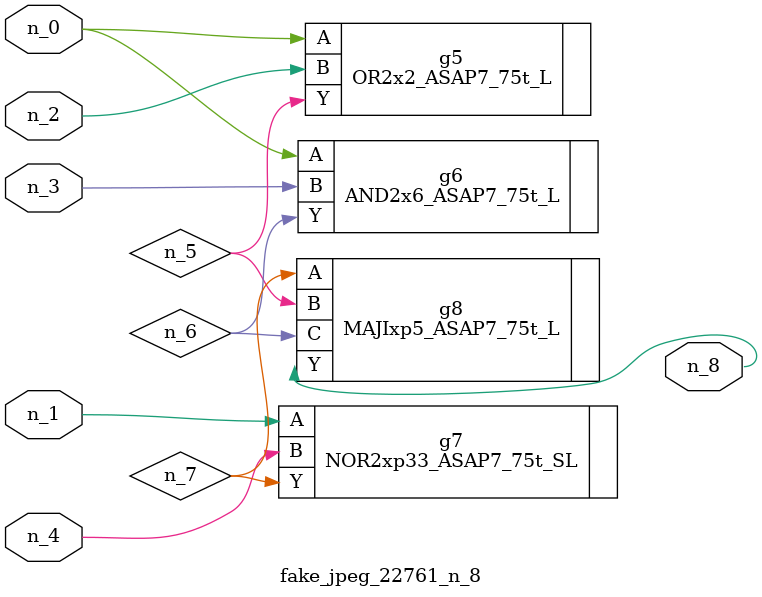
<source format=v>
module fake_jpeg_22761_n_8 (n_3, n_2, n_1, n_0, n_4, n_8);

input n_3;
input n_2;
input n_1;
input n_0;
input n_4;

output n_8;

wire n_6;
wire n_5;
wire n_7;

OR2x2_ASAP7_75t_L g5 ( 
.A(n_0),
.B(n_2),
.Y(n_5)
);

AND2x6_ASAP7_75t_L g6 ( 
.A(n_0),
.B(n_3),
.Y(n_6)
);

NOR2xp33_ASAP7_75t_SL g7 ( 
.A(n_1),
.B(n_4),
.Y(n_7)
);

MAJIxp5_ASAP7_75t_L g8 ( 
.A(n_7),
.B(n_5),
.C(n_6),
.Y(n_8)
);


endmodule
</source>
